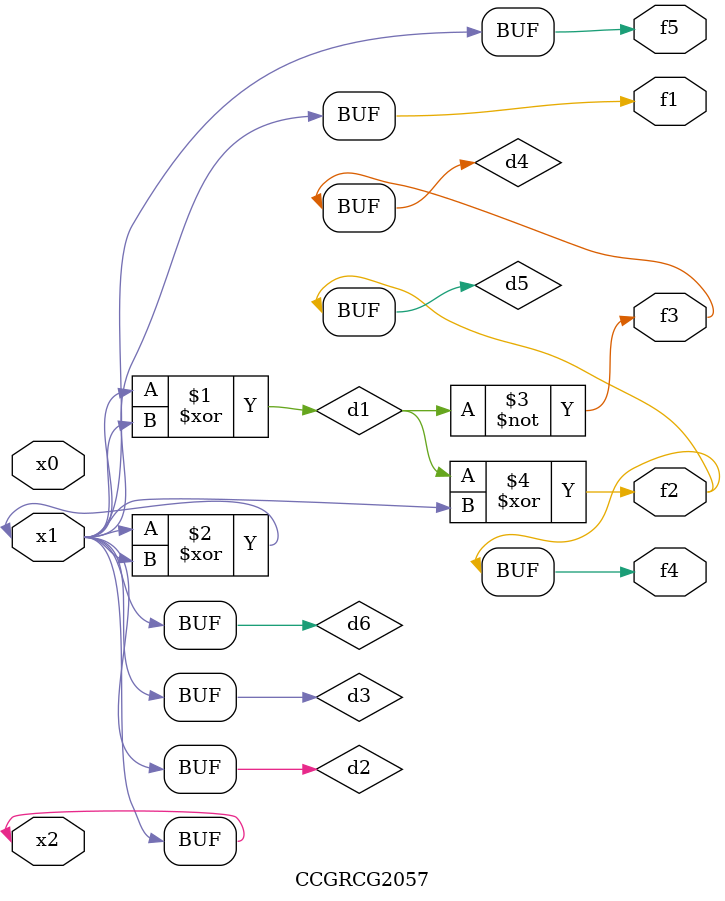
<source format=v>
module CCGRCG2057(
	input x0, x1, x2,
	output f1, f2, f3, f4, f5
);

	wire d1, d2, d3, d4, d5, d6;

	xor (d1, x1, x2);
	buf (d2, x1, x2);
	xor (d3, x1, x2);
	nor (d4, d1);
	xor (d5, d1, d2);
	buf (d6, d2, d3);
	assign f1 = d6;
	assign f2 = d5;
	assign f3 = d4;
	assign f4 = d5;
	assign f5 = d6;
endmodule

</source>
